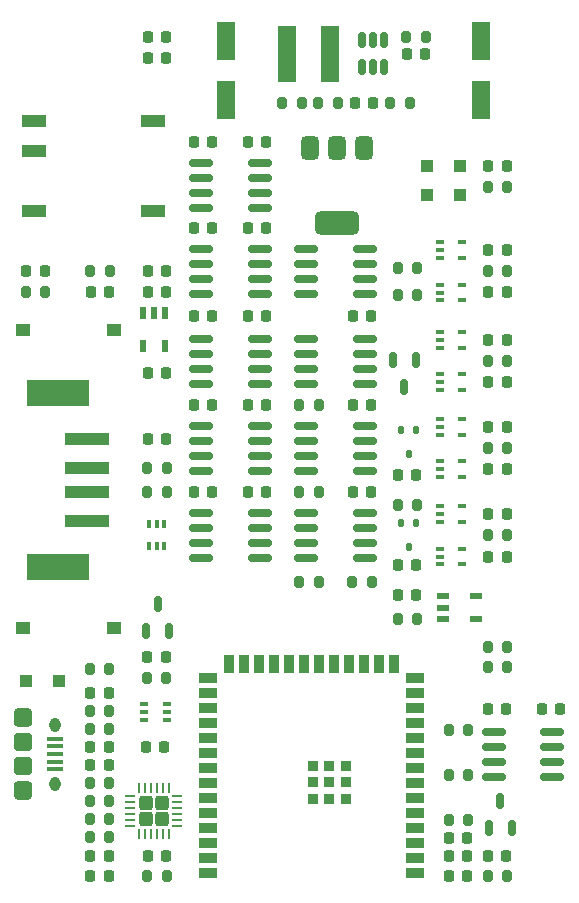
<source format=gtp>
G04 #@! TF.GenerationSoftware,KiCad,Pcbnew,8.0.8*
G04 #@! TF.CreationDate,2025-01-21T11:13:05-05:00*
G04 #@! TF.ProjectId,_HW_ESP32-IsoLink,5f48575f-4553-4503-9332-2d49736f4c69,rev?*
G04 #@! TF.SameCoordinates,Original*
G04 #@! TF.FileFunction,Paste,Top*
G04 #@! TF.FilePolarity,Positive*
%FSLAX46Y46*%
G04 Gerber Fmt 4.6, Leading zero omitted, Abs format (unit mm)*
G04 Created by KiCad (PCBNEW 8.0.8) date 2025-01-21 11:13:05*
%MOMM*%
%LPD*%
G01*
G04 APERTURE LIST*
G04 Aperture macros list*
%AMRoundRect*
0 Rectangle with rounded corners*
0 $1 Rounding radius*
0 $2 $3 $4 $5 $6 $7 $8 $9 X,Y pos of 4 corners*
0 Add a 4 corners polygon primitive as box body*
4,1,4,$2,$3,$4,$5,$6,$7,$8,$9,$2,$3,0*
0 Add four circle primitives for the rounded corners*
1,1,$1+$1,$2,$3*
1,1,$1+$1,$4,$5*
1,1,$1+$1,$6,$7*
1,1,$1+$1,$8,$9*
0 Add four rect primitives between the rounded corners*
20,1,$1+$1,$2,$3,$4,$5,0*
20,1,$1+$1,$4,$5,$6,$7,0*
20,1,$1+$1,$6,$7,$8,$9,0*
20,1,$1+$1,$8,$9,$2,$3,0*%
G04 Aperture macros list end*
%ADD10RoundRect,0.200000X-0.200000X-0.275000X0.200000X-0.275000X0.200000X0.275000X-0.200000X0.275000X0*%
%ADD11RoundRect,0.150000X-0.825000X-0.150000X0.825000X-0.150000X0.825000X0.150000X-0.825000X0.150000X0*%
%ADD12RoundRect,0.218750X-0.218750X-0.256250X0.218750X-0.256250X0.218750X0.256250X-0.218750X0.256250X0*%
%ADD13RoundRect,0.225000X0.225000X0.250000X-0.225000X0.250000X-0.225000X-0.250000X0.225000X-0.250000X0*%
%ADD14RoundRect,0.150000X0.150000X-0.512500X0.150000X0.512500X-0.150000X0.512500X-0.150000X-0.512500X0*%
%ADD15RoundRect,0.225000X-0.225000X-0.250000X0.225000X-0.250000X0.225000X0.250000X-0.225000X0.250000X0*%
%ADD16RoundRect,0.250000X-0.300000X-0.300000X0.300000X-0.300000X0.300000X0.300000X-0.300000X0.300000X0*%
%ADD17RoundRect,0.100000X-0.225000X-0.100000X0.225000X-0.100000X0.225000X0.100000X-0.225000X0.100000X0*%
%ADD18RoundRect,0.100000X0.225000X0.100000X-0.225000X0.100000X-0.225000X-0.100000X0.225000X-0.100000X0*%
%ADD19R,1.600000X3.200000*%
%ADD20RoundRect,0.200000X0.200000X0.275000X-0.200000X0.275000X-0.200000X-0.275000X0.200000X-0.275000X0*%
%ADD21R,1.250000X1.000000*%
%ADD22R,2.100000X1.000000*%
%ADD23RoundRect,0.150000X-0.150000X0.512500X-0.150000X-0.512500X0.150000X-0.512500X0.150000X0.512500X0*%
%ADD24O,1.550000X0.890000*%
%ADD25O,0.950000X1.250000*%
%ADD26RoundRect,0.100000X-0.575000X0.100000X-0.575000X-0.100000X0.575000X-0.100000X0.575000X0.100000X0*%
%ADD27RoundRect,0.250000X-0.525000X0.475000X-0.525000X-0.475000X0.525000X-0.475000X0.525000X0.475000X0*%
%ADD28RoundRect,0.250000X-0.525000X0.500000X-0.525000X-0.500000X0.525000X-0.500000X0.525000X0.500000X0*%
%ADD29RoundRect,0.112500X0.112500X0.237500X-0.112500X0.237500X-0.112500X-0.237500X0.112500X-0.237500X0*%
%ADD30R,3.800000X1.100000*%
%ADD31R,5.300000X2.300000*%
%ADD32R,1.500000X0.900000*%
%ADD33R,0.900000X1.500000*%
%ADD34R,0.900000X0.900000*%
%ADD35RoundRect,0.250000X-0.345000X0.345000X-0.345000X-0.345000X0.345000X-0.345000X0.345000X0.345000X0*%
%ADD36RoundRect,0.062500X-0.062500X0.337500X-0.062500X-0.337500X0.062500X-0.337500X0.062500X0.337500X0*%
%ADD37RoundRect,0.062500X-0.337500X0.062500X-0.337500X-0.062500X0.337500X-0.062500X0.337500X0.062500X0*%
%ADD38RoundRect,0.375000X-0.375000X0.625000X-0.375000X-0.625000X0.375000X-0.625000X0.375000X0.625000X0*%
%ADD39RoundRect,0.500000X-1.400000X0.500000X-1.400000X-0.500000X1.400000X-0.500000X1.400000X0.500000X0*%
%ADD40R,1.000000X0.599999*%
%ADD41RoundRect,0.100000X0.100000X-0.225000X0.100000X0.225000X-0.100000X0.225000X-0.100000X-0.225000X0*%
%ADD42R,0.599999X1.000000*%
%ADD43RoundRect,0.218750X0.218750X0.256250X-0.218750X0.256250X-0.218750X-0.256250X0.218750X-0.256250X0*%
%ADD44R,1.550000X4.699000*%
G04 APERTURE END LIST*
D10*
X185611000Y-238226600D03*
X187261000Y-238226600D03*
D11*
X168975000Y-236601000D03*
X168975000Y-237871000D03*
X168975000Y-239141000D03*
X168975000Y-240411000D03*
X173925000Y-240411000D03*
X173925000Y-239141000D03*
X173925000Y-237871000D03*
X173925000Y-236601000D03*
D12*
X193268500Y-229616000D03*
X194843500Y-229616000D03*
X159587999Y-289712400D03*
X161162999Y-289712400D03*
D13*
X183528000Y-224282000D03*
X181978000Y-224282000D03*
D14*
X182565000Y-221228500D03*
X183515000Y-221228500D03*
X184465000Y-221228500D03*
X184465000Y-218953500D03*
X183515000Y-218953500D03*
X182565000Y-218953500D03*
D10*
X193228600Y-260858000D03*
X194878600Y-260858000D03*
D15*
X189979000Y-288036000D03*
X191529000Y-288036000D03*
D16*
X188084000Y-232029000D03*
X190884000Y-232029000D03*
D10*
X193231000Y-272034000D03*
X194881000Y-272034000D03*
D17*
X189169000Y-258430000D03*
X189169000Y-259080000D03*
X189169000Y-259730000D03*
X191069000Y-259730000D03*
X191069000Y-258430000D03*
D12*
X159587999Y-288036000D03*
X161162999Y-288036000D03*
D10*
X193231000Y-231394000D03*
X194881000Y-231394000D03*
D12*
X193268500Y-247904000D03*
X194843500Y-247904000D03*
D18*
X166050000Y-276494000D03*
X166050000Y-275844000D03*
X166050000Y-275194000D03*
X164150000Y-275194000D03*
X164150000Y-275844000D03*
X164150000Y-276494000D03*
D19*
X192659000Y-223988000D03*
X192659000Y-218988000D03*
D13*
X166002000Y-238506000D03*
X164452000Y-238506000D03*
D11*
X193740000Y-277495000D03*
X193740000Y-278765000D03*
X193740000Y-280035000D03*
X193740000Y-281305000D03*
X198690000Y-281305000D03*
X198690000Y-280035000D03*
X198690000Y-278765000D03*
X198690000Y-277495000D03*
D15*
X193281000Y-275590000D03*
X194831000Y-275590000D03*
X181851000Y-249809000D03*
X183401000Y-249809000D03*
D12*
X193268500Y-236728000D03*
X194843500Y-236728000D03*
D20*
X161200499Y-272237200D03*
X159550499Y-272237200D03*
D15*
X189979000Y-286512000D03*
X191529000Y-286512000D03*
D13*
X169939000Y-249809000D03*
X168389000Y-249809000D03*
D10*
X164402000Y-257175000D03*
X166052000Y-257175000D03*
D15*
X185661000Y-255778000D03*
X187211000Y-255778000D03*
D10*
X164402000Y-255143000D03*
X166052000Y-255143000D03*
D17*
X189169000Y-262036800D03*
X189169000Y-262686800D03*
X189169000Y-263336800D03*
X191069000Y-263336800D03*
X191069000Y-262036800D03*
D20*
X187997600Y-218719400D03*
X186347600Y-218719400D03*
D13*
X187922200Y-220167200D03*
X186372200Y-220167200D03*
D21*
X161609000Y-268732000D03*
X153859000Y-268732000D03*
D22*
X154843000Y-225806000D03*
X154843000Y-228346000D03*
X154843000Y-233426000D03*
X164943000Y-233426000D03*
X164943000Y-225806000D03*
D13*
X183350200Y-242341400D03*
X181800200Y-242341400D03*
D10*
X193231000Y-253492000D03*
X194881000Y-253492000D03*
X175832000Y-224282000D03*
X177482000Y-224282000D03*
D13*
X165986799Y-271170400D03*
X164436799Y-271170400D03*
D23*
X187132000Y-246004500D03*
X185232000Y-246004500D03*
X186182000Y-248279500D03*
D15*
X164325000Y-278765000D03*
X165875000Y-278765000D03*
D24*
X153894000Y-275900000D03*
D25*
X156594000Y-276900000D03*
X156594000Y-281900000D03*
D24*
X153894000Y-282900000D03*
D26*
X156594000Y-278100000D03*
X156594000Y-278750000D03*
X156594000Y-279400000D03*
X156594000Y-280050000D03*
X156594000Y-280700000D03*
D27*
X153894000Y-276375000D03*
D28*
X153894000Y-278400000D03*
X153894000Y-280400000D03*
D27*
X153894000Y-282425000D03*
D10*
X193231000Y-246126000D03*
X194881000Y-246126000D03*
D14*
X193360000Y-285617500D03*
X195260000Y-285617500D03*
X194310000Y-283342500D03*
D13*
X166002000Y-220472000D03*
X164452000Y-220472000D03*
D29*
X187213000Y-251984000D03*
X185913000Y-251984000D03*
X186563000Y-253984000D03*
D13*
X174511000Y-249809000D03*
X172961000Y-249809000D03*
D20*
X191579000Y-281178000D03*
X189929000Y-281178000D03*
D12*
X193268500Y-262685999D03*
X194843500Y-262685999D03*
D13*
X174511000Y-227573154D03*
X172961000Y-227573154D03*
X194803350Y-288036000D03*
X193253350Y-288036000D03*
D21*
X153859000Y-243459000D03*
X161609000Y-243459000D03*
D15*
X189979000Y-289712400D03*
X191529000Y-289712400D03*
D11*
X177865000Y-236601000D03*
X177865000Y-237871000D03*
X177865000Y-239141000D03*
X177865000Y-240411000D03*
X182815000Y-240411000D03*
X182815000Y-239141000D03*
X182815000Y-237871000D03*
X182815000Y-236601000D03*
D10*
X159550499Y-281813000D03*
X161200499Y-281813000D03*
X159576000Y-238506000D03*
X161226000Y-238506000D03*
X193231000Y-289712400D03*
X194881000Y-289712400D03*
X154115000Y-240284000D03*
X155765000Y-240284000D03*
D12*
X193268500Y-251714000D03*
X194843500Y-251714000D03*
D20*
X186626000Y-224282000D03*
X184976000Y-224282000D03*
D13*
X166002000Y-247142000D03*
X164452000Y-247142000D03*
D11*
X177865000Y-258953000D03*
X177865000Y-260223000D03*
X177865000Y-261493000D03*
X177865000Y-262763000D03*
X182815000Y-262763000D03*
X182815000Y-261493000D03*
X182815000Y-260223000D03*
X182815000Y-258953000D03*
D20*
X191579000Y-277368000D03*
X189929000Y-277368000D03*
D17*
X189174518Y-239671500D03*
X189174518Y-240321500D03*
X189174518Y-240971500D03*
X191074518Y-240971500D03*
X191074518Y-239671500D03*
D10*
X159550499Y-277241000D03*
X161200499Y-277241000D03*
X185611000Y-240538000D03*
X187261000Y-240538000D03*
D29*
X187213000Y-259858000D03*
X185913000Y-259858000D03*
X186563000Y-261858000D03*
D30*
X159275000Y-252699000D03*
X159275000Y-255199000D03*
X159275000Y-257199000D03*
X159275000Y-259699000D03*
D31*
X156875000Y-248799000D03*
X156875000Y-263599000D03*
D16*
X188084000Y-229616000D03*
X190884000Y-229616000D03*
D20*
X187261000Y-267970000D03*
X185611000Y-267970000D03*
D11*
X168975000Y-258953000D03*
X168975000Y-260223000D03*
X168975000Y-261493000D03*
X168975000Y-262763000D03*
X173925000Y-262763000D03*
X173925000Y-261493000D03*
X173925000Y-260223000D03*
X173925000Y-258953000D03*
D32*
X187059600Y-289507600D03*
X187059600Y-288237600D03*
X187059600Y-286967600D03*
X187059600Y-285697600D03*
X187059600Y-284427600D03*
X187059600Y-283157600D03*
X187059600Y-281887600D03*
X187059600Y-280617600D03*
X187059600Y-279347600D03*
X187059600Y-278077600D03*
X187059600Y-276807600D03*
X187059600Y-275537600D03*
X187059600Y-274267600D03*
X187059600Y-272997600D03*
D33*
X185294600Y-271747600D03*
X184024600Y-271747600D03*
X182754600Y-271747600D03*
X181484600Y-271747600D03*
X180214600Y-271747600D03*
X178944600Y-271747600D03*
X177674600Y-271747600D03*
X176404600Y-271747600D03*
X175134600Y-271747600D03*
X173864600Y-271747600D03*
X172594600Y-271747600D03*
X171324600Y-271747600D03*
D32*
X169559600Y-272997600D03*
X169559600Y-274267600D03*
X169559600Y-275537600D03*
X169559600Y-276807600D03*
X169559600Y-278077600D03*
X169559600Y-279347600D03*
X169559600Y-280617600D03*
X169559600Y-281887600D03*
X169559600Y-283157600D03*
X169559600Y-284427600D03*
X169559600Y-285697600D03*
X169559600Y-286967600D03*
X169559600Y-288237600D03*
X169559600Y-289507600D03*
D34*
X181209600Y-283187600D03*
X181209600Y-281787600D03*
X181209600Y-280387600D03*
X179809600Y-283187600D03*
X179809600Y-281787600D03*
X179809600Y-280387600D03*
X178409600Y-283187600D03*
X178409600Y-281787600D03*
X178409600Y-280387600D03*
D10*
X178880000Y-224282000D03*
X180530000Y-224282000D03*
D17*
X189169000Y-247254000D03*
X189169000Y-247904000D03*
X189169000Y-248554000D03*
X191069000Y-248554000D03*
X191069000Y-247254000D03*
D10*
X193231000Y-270357600D03*
X194881000Y-270357600D03*
D12*
X164439500Y-288036000D03*
X166014500Y-288036000D03*
D10*
X177279800Y-257175000D03*
X178929800Y-257175000D03*
D35*
X165663000Y-283536000D03*
X164283000Y-283536000D03*
X165663000Y-284916000D03*
X164283000Y-284916000D03*
D36*
X166223000Y-282251000D03*
X165723000Y-282251000D03*
X165223000Y-282251000D03*
X164723000Y-282251000D03*
X164223000Y-282251000D03*
X163723000Y-282251000D03*
D37*
X162998000Y-282976000D03*
X162998000Y-283476000D03*
X162998000Y-283976000D03*
X162998000Y-284476000D03*
X162998000Y-284976000D03*
X162998000Y-285476000D03*
D36*
X163723000Y-286201000D03*
X164223000Y-286201000D03*
X164723000Y-286201000D03*
X165223000Y-286201000D03*
X165723000Y-286201000D03*
X166223000Y-286201000D03*
D37*
X166948000Y-285476000D03*
X166948000Y-284976000D03*
X166948000Y-284476000D03*
X166948000Y-283976000D03*
X166948000Y-283476000D03*
X166948000Y-282976000D03*
D13*
X174511000Y-257175176D03*
X172961000Y-257175176D03*
D15*
X168389000Y-227561650D03*
X169939000Y-227561650D03*
D38*
X182767000Y-228117000D03*
X180467000Y-228117000D03*
D39*
X180467000Y-234417000D03*
D38*
X178167000Y-228117000D03*
D10*
X185611000Y-258318000D03*
X187261000Y-258318000D03*
D13*
X161150499Y-278765000D03*
X159600499Y-278765000D03*
D12*
X159587999Y-274193000D03*
X161162999Y-274193000D03*
D20*
X161200499Y-283337000D03*
X159550499Y-283337000D03*
X178929800Y-264871200D03*
X177279800Y-264871200D03*
D17*
X189169000Y-251064000D03*
X189169000Y-251714000D03*
X189169000Y-252364000D03*
X191069000Y-252364000D03*
X191069000Y-251064000D03*
D12*
X193268500Y-244348000D03*
X194843500Y-244348000D03*
D10*
X189929000Y-284988000D03*
X191579000Y-284988000D03*
D12*
X193268500Y-259080000D03*
X194843500Y-259080000D03*
D10*
X159550499Y-275717000D03*
X161200499Y-275717000D03*
D17*
X189169000Y-254620000D03*
X189169000Y-255270000D03*
X189169000Y-255920000D03*
X191069000Y-255920000D03*
X191069000Y-254620000D03*
D10*
X159550499Y-286385000D03*
X161200499Y-286385000D03*
D13*
X161150499Y-280289000D03*
X159600499Y-280289000D03*
X161176000Y-240284000D03*
X159626000Y-240284000D03*
D12*
X193268500Y-255270000D03*
X194843500Y-255270000D03*
D10*
X159550499Y-284861000D03*
X161200499Y-284861000D03*
D13*
X199403000Y-275590000D03*
X197853000Y-275590000D03*
D15*
X168389000Y-257175000D03*
X169939000Y-257175000D03*
D13*
X187211000Y-263398000D03*
X185661000Y-263398000D03*
D19*
X171069000Y-223988000D03*
X171069000Y-218988000D03*
D16*
X154175000Y-273177000D03*
X156975000Y-273177000D03*
D10*
X164402000Y-289712400D03*
X166052000Y-289712400D03*
D13*
X169939000Y-234823000D03*
X168389000Y-234823000D03*
D40*
X189480599Y-266054799D03*
X189480599Y-267004800D03*
X189480599Y-267954798D03*
X192230599Y-267954798D03*
X192230599Y-266054799D03*
D13*
X166002000Y-218694000D03*
X164452000Y-218694000D03*
D41*
X164577000Y-261808000D03*
X165227000Y-261808000D03*
X165877000Y-261808000D03*
X165877000Y-259908000D03*
X165227000Y-259908000D03*
X164577000Y-259908000D03*
D11*
X177865000Y-244221000D03*
X177865000Y-245491000D03*
X177865000Y-246761000D03*
X177865000Y-248031000D03*
X182815000Y-248031000D03*
X182815000Y-246761000D03*
X182815000Y-245491000D03*
X182815000Y-244221000D03*
X177865000Y-251587000D03*
X177865000Y-252857000D03*
X177865000Y-254127000D03*
X177865000Y-255397000D03*
X182815000Y-255397000D03*
X182815000Y-254127000D03*
X182815000Y-252857000D03*
X182815000Y-251587000D03*
D12*
X154152500Y-238506000D03*
X155727500Y-238506000D03*
D11*
X168975000Y-244221000D03*
X168975000Y-245491000D03*
X168975000Y-246761000D03*
X168975000Y-248031000D03*
X173925000Y-248031000D03*
X173925000Y-246761000D03*
X173925000Y-245491000D03*
X173925000Y-244221000D03*
D13*
X169939000Y-242316000D03*
X168389000Y-242316000D03*
D11*
X168975000Y-251587000D03*
X168975000Y-252857000D03*
X168975000Y-254127000D03*
X168975000Y-255397000D03*
X173925000Y-255397000D03*
X173925000Y-254127000D03*
X173925000Y-252857000D03*
X173925000Y-251587000D03*
D13*
X174511000Y-234823000D03*
X172961000Y-234823000D03*
D14*
X164337999Y-268980500D03*
X166237999Y-268980500D03*
X165287999Y-266705500D03*
D15*
X181851000Y-257175176D03*
X183401000Y-257175176D03*
D13*
X166002000Y-240284000D03*
X164452000Y-240284000D03*
X174511000Y-242317668D03*
X172961000Y-242317668D03*
D42*
X165923001Y-242083999D03*
X164973000Y-242083999D03*
X164023002Y-242083999D03*
X164023002Y-244833999D03*
X165923001Y-244833999D03*
D11*
X168975000Y-229362000D03*
X168975000Y-230632000D03*
X168975000Y-231902000D03*
X168975000Y-233172000D03*
X173925000Y-233172000D03*
X173925000Y-231902000D03*
X173925000Y-230632000D03*
X173925000Y-229362000D03*
D17*
X189169000Y-236078000D03*
X189169000Y-236728000D03*
X189169000Y-237378000D03*
X191069000Y-237378000D03*
X191069000Y-236078000D03*
D10*
X164386799Y-272948400D03*
X166036799Y-272948400D03*
D43*
X166014500Y-252730000D03*
X164439500Y-252730000D03*
D44*
X179879000Y-220091000D03*
X176229000Y-220091000D03*
D20*
X178918205Y-249802327D03*
X177268205Y-249802327D03*
D12*
X193268500Y-240284000D03*
X194843500Y-240284000D03*
D13*
X187211000Y-265938000D03*
X185661000Y-265938000D03*
D17*
X189169000Y-243698000D03*
X189169000Y-244348000D03*
X189169000Y-244998000D03*
X191069000Y-244998000D03*
X191069000Y-243698000D03*
D20*
X183425600Y-264845800D03*
X181775600Y-264845800D03*
D10*
X193231000Y-238506000D03*
X194881000Y-238506000D03*
M02*

</source>
